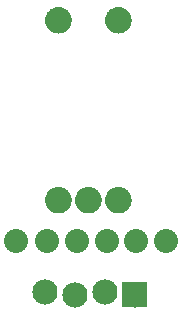
<source format=gbs>
G04 MADE WITH FRITZING*
G04 WWW.FRITZING.ORG*
G04 DOUBLE SIDED*
G04 HOLES PLATED*
G04 CONTOUR ON CENTER OF CONTOUR VECTOR*
%ASAXBY*%
%FSLAX23Y23*%
%MOIN*%
%OFA0B0*%
%SFA1.0B1.0*%
%ADD10C,0.080000*%
%ADD11C,0.084000*%
%ADD12R,0.001000X0.001000*%
%LNMASK0*%
G90*
G70*
G54D10*
X519Y242D03*
X619Y242D03*
X120Y243D03*
X221Y243D03*
X422Y243D03*
X321Y243D03*
G54D11*
X514Y64D03*
X414Y74D03*
X314Y64D03*
X214Y74D03*
G54D12*
X253Y1023D02*
X267Y1023D01*
X453Y1023D02*
X467Y1023D01*
X249Y1022D02*
X272Y1022D01*
X448Y1022D02*
X471Y1022D01*
X245Y1021D02*
X275Y1021D01*
X445Y1021D02*
X475Y1021D01*
X243Y1020D02*
X277Y1020D01*
X443Y1020D02*
X477Y1020D01*
X241Y1019D02*
X279Y1019D01*
X441Y1019D02*
X479Y1019D01*
X239Y1018D02*
X281Y1018D01*
X439Y1018D02*
X481Y1018D01*
X237Y1017D02*
X283Y1017D01*
X437Y1017D02*
X483Y1017D01*
X236Y1016D02*
X285Y1016D01*
X436Y1016D02*
X484Y1016D01*
X234Y1015D02*
X286Y1015D01*
X434Y1015D02*
X486Y1015D01*
X233Y1014D02*
X287Y1014D01*
X433Y1014D02*
X487Y1014D01*
X232Y1013D02*
X288Y1013D01*
X432Y1013D02*
X488Y1013D01*
X231Y1012D02*
X290Y1012D01*
X430Y1012D02*
X489Y1012D01*
X229Y1011D02*
X291Y1011D01*
X429Y1011D02*
X491Y1011D01*
X229Y1010D02*
X292Y1010D01*
X428Y1010D02*
X492Y1010D01*
X228Y1009D02*
X293Y1009D01*
X428Y1009D02*
X492Y1009D01*
X227Y1008D02*
X293Y1008D01*
X427Y1008D02*
X493Y1008D01*
X226Y1007D02*
X294Y1007D01*
X426Y1007D02*
X494Y1007D01*
X225Y1006D02*
X295Y1006D01*
X425Y1006D02*
X495Y1006D01*
X224Y1005D02*
X296Y1005D01*
X424Y1005D02*
X496Y1005D01*
X224Y1004D02*
X296Y1004D01*
X424Y1004D02*
X496Y1004D01*
X223Y1003D02*
X297Y1003D01*
X423Y1003D02*
X497Y1003D01*
X223Y1002D02*
X298Y1002D01*
X422Y1002D02*
X498Y1002D01*
X222Y1001D02*
X298Y1001D01*
X422Y1001D02*
X498Y1001D01*
X221Y1000D02*
X299Y1000D01*
X421Y1000D02*
X499Y1000D01*
X221Y999D02*
X299Y999D01*
X421Y999D02*
X499Y999D01*
X220Y998D02*
X300Y998D01*
X420Y998D02*
X500Y998D01*
X220Y997D02*
X300Y997D01*
X420Y997D02*
X500Y997D01*
X219Y996D02*
X301Y996D01*
X419Y996D02*
X501Y996D01*
X219Y995D02*
X301Y995D01*
X419Y995D02*
X501Y995D01*
X219Y994D02*
X301Y994D01*
X419Y994D02*
X501Y994D01*
X218Y993D02*
X302Y993D01*
X418Y993D02*
X502Y993D01*
X218Y992D02*
X302Y992D01*
X418Y992D02*
X502Y992D01*
X218Y991D02*
X302Y991D01*
X418Y991D02*
X502Y991D01*
X218Y990D02*
X303Y990D01*
X417Y990D02*
X503Y990D01*
X217Y989D02*
X303Y989D01*
X417Y989D02*
X503Y989D01*
X217Y988D02*
X303Y988D01*
X417Y988D02*
X503Y988D01*
X217Y987D02*
X303Y987D01*
X417Y987D02*
X503Y987D01*
X217Y986D02*
X303Y986D01*
X417Y986D02*
X503Y986D01*
X217Y985D02*
X304Y985D01*
X417Y985D02*
X503Y985D01*
X216Y984D02*
X304Y984D01*
X416Y984D02*
X504Y984D01*
X216Y983D02*
X304Y983D01*
X416Y983D02*
X504Y983D01*
X216Y982D02*
X304Y982D01*
X416Y982D02*
X504Y982D01*
X216Y981D02*
X304Y981D01*
X416Y981D02*
X504Y981D01*
X216Y980D02*
X304Y980D01*
X416Y980D02*
X504Y980D01*
X216Y979D02*
X304Y979D01*
X416Y979D02*
X504Y979D01*
X216Y978D02*
X304Y978D01*
X416Y978D02*
X504Y978D01*
X216Y977D02*
X304Y977D01*
X416Y977D02*
X504Y977D01*
X216Y976D02*
X304Y976D01*
X416Y976D02*
X504Y976D01*
X216Y975D02*
X304Y975D01*
X416Y975D02*
X504Y975D01*
X217Y974D02*
X304Y974D01*
X416Y974D02*
X504Y974D01*
X217Y973D02*
X303Y973D01*
X417Y973D02*
X503Y973D01*
X217Y972D02*
X303Y972D01*
X417Y972D02*
X503Y972D01*
X217Y971D02*
X303Y971D01*
X417Y971D02*
X503Y971D01*
X217Y970D02*
X303Y970D01*
X417Y970D02*
X503Y970D01*
X217Y969D02*
X303Y969D01*
X417Y969D02*
X503Y969D01*
X218Y968D02*
X302Y968D01*
X418Y968D02*
X502Y968D01*
X218Y967D02*
X302Y967D01*
X418Y967D02*
X502Y967D01*
X218Y966D02*
X302Y966D01*
X418Y966D02*
X502Y966D01*
X219Y965D02*
X302Y965D01*
X418Y965D02*
X501Y965D01*
X219Y964D02*
X301Y964D01*
X419Y964D02*
X501Y964D01*
X219Y963D02*
X301Y963D01*
X419Y963D02*
X501Y963D01*
X220Y962D02*
X300Y962D01*
X420Y962D02*
X500Y962D01*
X220Y961D02*
X300Y961D01*
X420Y961D02*
X500Y961D01*
X221Y960D02*
X300Y960D01*
X421Y960D02*
X499Y960D01*
X221Y959D02*
X299Y959D01*
X421Y959D02*
X499Y959D01*
X222Y958D02*
X299Y958D01*
X422Y958D02*
X498Y958D01*
X222Y957D02*
X298Y957D01*
X422Y957D02*
X498Y957D01*
X223Y956D02*
X297Y956D01*
X423Y956D02*
X497Y956D01*
X224Y955D02*
X297Y955D01*
X423Y955D02*
X497Y955D01*
X224Y954D02*
X296Y954D01*
X424Y954D02*
X496Y954D01*
X225Y953D02*
X295Y953D01*
X425Y953D02*
X495Y953D01*
X226Y952D02*
X295Y952D01*
X426Y952D02*
X494Y952D01*
X226Y951D02*
X294Y951D01*
X426Y951D02*
X494Y951D01*
X227Y950D02*
X293Y950D01*
X427Y950D02*
X493Y950D01*
X228Y949D02*
X292Y949D01*
X428Y949D02*
X492Y949D01*
X229Y948D02*
X291Y948D01*
X429Y948D02*
X491Y948D01*
X230Y947D02*
X290Y947D01*
X430Y947D02*
X490Y947D01*
X231Y946D02*
X289Y946D01*
X431Y946D02*
X489Y946D01*
X232Y945D02*
X288Y945D01*
X432Y945D02*
X488Y945D01*
X234Y944D02*
X286Y944D01*
X434Y944D02*
X486Y944D01*
X235Y943D02*
X285Y943D01*
X435Y943D02*
X485Y943D01*
X237Y942D02*
X284Y942D01*
X437Y942D02*
X483Y942D01*
X238Y941D02*
X282Y941D01*
X438Y941D02*
X482Y941D01*
X240Y940D02*
X280Y940D01*
X440Y940D02*
X480Y940D01*
X242Y939D02*
X278Y939D01*
X442Y939D02*
X478Y939D01*
X244Y938D02*
X276Y938D01*
X444Y938D02*
X476Y938D01*
X247Y937D02*
X273Y937D01*
X447Y937D02*
X473Y937D01*
X251Y936D02*
X269Y936D01*
X451Y936D02*
X469Y936D01*
X259Y935D02*
X261Y935D01*
X459Y935D02*
X461Y935D01*
X252Y423D02*
X269Y423D01*
X352Y423D02*
X369Y423D01*
X452Y423D02*
X468Y423D01*
X248Y422D02*
X273Y422D01*
X348Y422D02*
X373Y422D01*
X448Y422D02*
X472Y422D01*
X245Y421D02*
X276Y421D01*
X345Y421D02*
X375Y421D01*
X445Y421D02*
X475Y421D01*
X242Y420D02*
X278Y420D01*
X342Y420D02*
X378Y420D01*
X442Y420D02*
X478Y420D01*
X240Y419D02*
X280Y419D01*
X340Y419D02*
X380Y419D01*
X440Y419D02*
X480Y419D01*
X238Y418D02*
X282Y418D01*
X338Y418D02*
X382Y418D01*
X438Y418D02*
X482Y418D01*
X237Y417D02*
X283Y417D01*
X337Y417D02*
X383Y417D01*
X437Y417D02*
X483Y417D01*
X235Y416D02*
X285Y416D01*
X335Y416D02*
X385Y416D01*
X435Y416D02*
X485Y416D01*
X234Y415D02*
X286Y415D01*
X334Y415D02*
X386Y415D01*
X434Y415D02*
X486Y415D01*
X233Y414D02*
X288Y414D01*
X333Y414D02*
X388Y414D01*
X433Y414D02*
X487Y414D01*
X231Y413D02*
X289Y413D01*
X331Y413D02*
X389Y413D01*
X431Y413D02*
X489Y413D01*
X230Y412D02*
X290Y412D01*
X330Y412D02*
X390Y412D01*
X430Y412D02*
X490Y412D01*
X229Y411D02*
X291Y411D01*
X329Y411D02*
X391Y411D01*
X429Y411D02*
X491Y411D01*
X228Y410D02*
X292Y410D01*
X328Y410D02*
X392Y410D01*
X428Y410D02*
X492Y410D01*
X227Y409D02*
X293Y409D01*
X327Y409D02*
X393Y409D01*
X427Y409D02*
X493Y409D01*
X227Y408D02*
X294Y408D01*
X326Y408D02*
X394Y408D01*
X426Y408D02*
X494Y408D01*
X226Y407D02*
X294Y407D01*
X326Y407D02*
X394Y407D01*
X426Y407D02*
X494Y407D01*
X225Y406D02*
X295Y406D01*
X325Y406D02*
X395Y406D01*
X425Y406D02*
X495Y406D01*
X224Y405D02*
X296Y405D01*
X324Y405D02*
X396Y405D01*
X424Y405D02*
X496Y405D01*
X224Y404D02*
X297Y404D01*
X324Y404D02*
X397Y404D01*
X423Y404D02*
X496Y404D01*
X223Y403D02*
X297Y403D01*
X323Y403D02*
X397Y403D01*
X423Y403D02*
X497Y403D01*
X222Y402D02*
X298Y402D01*
X322Y402D02*
X398Y402D01*
X422Y402D02*
X498Y402D01*
X222Y401D02*
X298Y401D01*
X322Y401D02*
X398Y401D01*
X422Y401D02*
X498Y401D01*
X221Y400D02*
X299Y400D01*
X321Y400D02*
X399Y400D01*
X421Y400D02*
X499Y400D01*
X221Y399D02*
X299Y399D01*
X321Y399D02*
X399Y399D01*
X421Y399D02*
X499Y399D01*
X220Y398D02*
X300Y398D01*
X320Y398D02*
X400Y398D01*
X420Y398D02*
X500Y398D01*
X220Y397D02*
X300Y397D01*
X320Y397D02*
X400Y397D01*
X420Y397D02*
X500Y397D01*
X219Y396D02*
X301Y396D01*
X319Y396D02*
X401Y396D01*
X419Y396D02*
X501Y396D01*
X219Y395D02*
X301Y395D01*
X319Y395D02*
X401Y395D01*
X419Y395D02*
X501Y395D01*
X219Y394D02*
X302Y394D01*
X319Y394D02*
X401Y394D01*
X419Y394D02*
X501Y394D01*
X218Y393D02*
X302Y393D01*
X318Y393D02*
X402Y393D01*
X418Y393D02*
X502Y393D01*
X218Y392D02*
X302Y392D01*
X318Y392D02*
X402Y392D01*
X418Y392D02*
X502Y392D01*
X218Y391D02*
X302Y391D01*
X318Y391D02*
X402Y391D01*
X418Y391D02*
X502Y391D01*
X218Y390D02*
X303Y390D01*
X317Y390D02*
X403Y390D01*
X417Y390D02*
X503Y390D01*
X217Y389D02*
X303Y389D01*
X317Y389D02*
X403Y389D01*
X417Y389D02*
X503Y389D01*
X217Y388D02*
X303Y388D01*
X317Y388D02*
X403Y388D01*
X417Y388D02*
X503Y388D01*
X217Y387D02*
X303Y387D01*
X317Y387D02*
X403Y387D01*
X417Y387D02*
X503Y387D01*
X217Y386D02*
X303Y386D01*
X317Y386D02*
X403Y386D01*
X417Y386D02*
X503Y386D01*
X217Y385D02*
X304Y385D01*
X317Y385D02*
X404Y385D01*
X416Y385D02*
X503Y385D01*
X216Y384D02*
X304Y384D01*
X316Y384D02*
X404Y384D01*
X416Y384D02*
X504Y384D01*
X216Y383D02*
X304Y383D01*
X316Y383D02*
X404Y383D01*
X416Y383D02*
X504Y383D01*
X216Y382D02*
X304Y382D01*
X316Y382D02*
X404Y382D01*
X416Y382D02*
X504Y382D01*
X216Y381D02*
X304Y381D01*
X316Y381D02*
X404Y381D01*
X416Y381D02*
X504Y381D01*
X216Y380D02*
X304Y380D01*
X316Y380D02*
X404Y380D01*
X416Y380D02*
X504Y380D01*
X216Y379D02*
X304Y379D01*
X316Y379D02*
X404Y379D01*
X416Y379D02*
X504Y379D01*
X216Y378D02*
X304Y378D01*
X316Y378D02*
X404Y378D01*
X416Y378D02*
X504Y378D01*
X216Y377D02*
X304Y377D01*
X316Y377D02*
X404Y377D01*
X416Y377D02*
X504Y377D01*
X216Y376D02*
X304Y376D01*
X316Y376D02*
X404Y376D01*
X416Y376D02*
X504Y376D01*
X216Y375D02*
X304Y375D01*
X316Y375D02*
X404Y375D01*
X416Y375D02*
X504Y375D01*
X217Y374D02*
X304Y374D01*
X317Y374D02*
X404Y374D01*
X417Y374D02*
X503Y374D01*
X217Y373D02*
X303Y373D01*
X317Y373D02*
X403Y373D01*
X417Y373D02*
X503Y373D01*
X217Y372D02*
X303Y372D01*
X317Y372D02*
X403Y372D01*
X417Y372D02*
X503Y372D01*
X217Y371D02*
X303Y371D01*
X317Y371D02*
X403Y371D01*
X417Y371D02*
X503Y371D01*
X217Y370D02*
X303Y370D01*
X317Y370D02*
X403Y370D01*
X417Y370D02*
X503Y370D01*
X218Y369D02*
X303Y369D01*
X317Y369D02*
X403Y369D01*
X417Y369D02*
X503Y369D01*
X218Y368D02*
X302Y368D01*
X318Y368D02*
X402Y368D01*
X418Y368D02*
X502Y368D01*
X218Y367D02*
X302Y367D01*
X318Y367D02*
X402Y367D01*
X418Y367D02*
X502Y367D01*
X218Y366D02*
X302Y366D01*
X318Y366D02*
X402Y366D01*
X418Y366D02*
X502Y366D01*
X219Y365D02*
X301Y365D01*
X319Y365D02*
X401Y365D01*
X419Y365D02*
X501Y365D01*
X219Y364D02*
X301Y364D01*
X319Y364D02*
X401Y364D01*
X419Y364D02*
X501Y364D01*
X219Y363D02*
X301Y363D01*
X319Y363D02*
X401Y363D01*
X419Y363D02*
X501Y363D01*
X220Y362D02*
X300Y362D01*
X320Y362D02*
X400Y362D01*
X420Y362D02*
X500Y362D01*
X220Y361D02*
X300Y361D01*
X320Y361D02*
X400Y361D01*
X420Y361D02*
X500Y361D01*
X221Y360D02*
X299Y360D01*
X321Y360D02*
X399Y360D01*
X421Y360D02*
X499Y360D01*
X221Y359D02*
X299Y359D01*
X321Y359D02*
X399Y359D01*
X421Y359D02*
X499Y359D01*
X222Y358D02*
X298Y358D01*
X322Y358D02*
X398Y358D01*
X422Y358D02*
X498Y358D01*
X222Y357D02*
X298Y357D01*
X322Y357D02*
X398Y357D01*
X422Y357D02*
X498Y357D01*
X223Y356D02*
X297Y356D01*
X323Y356D02*
X397Y356D01*
X423Y356D02*
X497Y356D01*
X224Y355D02*
X297Y355D01*
X324Y355D02*
X396Y355D01*
X424Y355D02*
X496Y355D01*
X224Y354D02*
X296Y354D01*
X324Y354D02*
X396Y354D01*
X424Y354D02*
X496Y354D01*
X225Y353D02*
X295Y353D01*
X325Y353D02*
X395Y353D01*
X425Y353D02*
X495Y353D01*
X226Y352D02*
X294Y352D01*
X326Y352D02*
X394Y352D01*
X426Y352D02*
X494Y352D01*
X227Y351D02*
X294Y351D01*
X327Y351D02*
X394Y351D01*
X427Y351D02*
X493Y351D01*
X228Y350D02*
X293Y350D01*
X327Y350D02*
X393Y350D01*
X427Y350D02*
X493Y350D01*
X228Y349D02*
X292Y349D01*
X328Y349D02*
X392Y349D01*
X428Y349D02*
X492Y349D01*
X229Y348D02*
X291Y348D01*
X329Y348D02*
X391Y348D01*
X429Y348D02*
X491Y348D01*
X230Y347D02*
X290Y347D01*
X330Y347D02*
X390Y347D01*
X430Y347D02*
X490Y347D01*
X232Y346D02*
X289Y346D01*
X332Y346D02*
X389Y346D01*
X431Y346D02*
X489Y346D01*
X233Y345D02*
X287Y345D01*
X333Y345D02*
X387Y345D01*
X433Y345D02*
X487Y345D01*
X234Y344D02*
X286Y344D01*
X334Y344D02*
X386Y344D01*
X434Y344D02*
X486Y344D01*
X236Y343D02*
X285Y343D01*
X335Y343D02*
X385Y343D01*
X435Y343D02*
X485Y343D01*
X237Y342D02*
X283Y342D01*
X337Y342D02*
X383Y342D01*
X437Y342D02*
X483Y342D01*
X239Y341D02*
X281Y341D01*
X339Y341D02*
X381Y341D01*
X439Y341D02*
X481Y341D01*
X241Y340D02*
X280Y340D01*
X340Y340D02*
X380Y340D01*
X440Y340D02*
X480Y340D01*
X243Y339D02*
X278Y339D01*
X343Y339D02*
X378Y339D01*
X442Y339D02*
X478Y339D01*
X245Y338D02*
X275Y338D01*
X345Y338D02*
X375Y338D01*
X445Y338D02*
X475Y338D01*
X248Y337D02*
X272Y337D01*
X348Y337D02*
X372Y337D01*
X448Y337D02*
X472Y337D01*
X252Y336D02*
X268Y336D01*
X352Y336D02*
X368Y336D01*
X452Y336D02*
X468Y336D01*
X472Y106D02*
X555Y106D01*
X472Y105D02*
X555Y105D01*
X472Y104D02*
X555Y104D01*
X472Y103D02*
X555Y103D01*
X472Y102D02*
X555Y102D01*
X472Y101D02*
X555Y101D01*
X472Y100D02*
X555Y100D01*
X472Y99D02*
X555Y99D01*
X472Y98D02*
X555Y98D01*
X472Y97D02*
X555Y97D01*
X472Y96D02*
X555Y96D01*
X472Y95D02*
X555Y95D01*
X472Y94D02*
X555Y94D01*
X472Y93D02*
X555Y93D01*
X472Y92D02*
X555Y92D01*
X472Y91D02*
X555Y91D01*
X472Y90D02*
X555Y90D01*
X472Y89D02*
X555Y89D01*
X472Y88D02*
X555Y88D01*
X472Y87D02*
X555Y87D01*
X472Y86D02*
X555Y86D01*
X472Y85D02*
X555Y85D01*
X472Y84D02*
X555Y84D01*
X472Y83D02*
X555Y83D01*
X472Y82D02*
X555Y82D01*
X472Y81D02*
X555Y81D01*
X472Y80D02*
X555Y80D01*
X472Y79D02*
X508Y79D01*
X519Y79D02*
X555Y79D01*
X472Y78D02*
X506Y78D01*
X521Y78D02*
X555Y78D01*
X472Y77D02*
X504Y77D01*
X523Y77D02*
X555Y77D01*
X472Y76D02*
X503Y76D01*
X524Y76D02*
X555Y76D01*
X472Y75D02*
X502Y75D01*
X525Y75D02*
X555Y75D01*
X472Y74D02*
X501Y74D01*
X526Y74D02*
X555Y74D01*
X472Y73D02*
X500Y73D01*
X526Y73D02*
X555Y73D01*
X472Y72D02*
X500Y72D01*
X527Y72D02*
X555Y72D01*
X472Y71D02*
X499Y71D01*
X528Y71D02*
X555Y71D01*
X472Y70D02*
X499Y70D01*
X528Y70D02*
X555Y70D01*
X472Y69D02*
X498Y69D01*
X528Y69D02*
X555Y69D01*
X472Y68D02*
X498Y68D01*
X528Y68D02*
X555Y68D01*
X472Y67D02*
X498Y67D01*
X529Y67D02*
X555Y67D01*
X472Y66D02*
X498Y66D01*
X529Y66D02*
X555Y66D01*
X472Y65D02*
X498Y65D01*
X529Y65D02*
X555Y65D01*
X472Y64D02*
X498Y64D01*
X529Y64D02*
X555Y64D01*
X472Y63D02*
X498Y63D01*
X529Y63D02*
X555Y63D01*
X472Y62D02*
X498Y62D01*
X529Y62D02*
X555Y62D01*
X472Y61D02*
X498Y61D01*
X528Y61D02*
X555Y61D01*
X472Y60D02*
X499Y60D01*
X528Y60D02*
X555Y60D01*
X472Y59D02*
X499Y59D01*
X528Y59D02*
X555Y59D01*
X472Y58D02*
X499Y58D01*
X527Y58D02*
X555Y58D01*
X472Y57D02*
X500Y57D01*
X527Y57D02*
X555Y57D01*
X472Y56D02*
X501Y56D01*
X526Y56D02*
X555Y56D01*
X472Y55D02*
X502Y55D01*
X525Y55D02*
X555Y55D01*
X472Y54D02*
X502Y54D01*
X524Y54D02*
X555Y54D01*
X472Y53D02*
X504Y53D01*
X523Y53D02*
X555Y53D01*
X472Y52D02*
X505Y52D01*
X522Y52D02*
X555Y52D01*
X472Y51D02*
X507Y51D01*
X520Y51D02*
X555Y51D01*
X472Y50D02*
X511Y50D01*
X516Y50D02*
X555Y50D01*
X472Y49D02*
X555Y49D01*
X472Y48D02*
X555Y48D01*
X472Y47D02*
X555Y47D01*
X472Y46D02*
X555Y46D01*
X472Y45D02*
X555Y45D01*
X472Y44D02*
X555Y44D01*
X472Y43D02*
X555Y43D01*
X472Y42D02*
X555Y42D01*
X472Y41D02*
X555Y41D01*
X472Y40D02*
X555Y40D01*
X472Y39D02*
X555Y39D01*
X472Y38D02*
X555Y38D01*
X472Y37D02*
X555Y37D01*
X472Y36D02*
X555Y36D01*
X472Y35D02*
X555Y35D01*
X472Y34D02*
X555Y34D01*
X472Y33D02*
X555Y33D01*
X472Y32D02*
X555Y32D01*
X472Y31D02*
X555Y31D01*
X472Y30D02*
X555Y30D01*
X472Y29D02*
X555Y29D01*
X472Y28D02*
X555Y28D01*
X472Y27D02*
X555Y27D01*
X472Y26D02*
X555Y26D01*
X472Y25D02*
X555Y25D01*
X472Y24D02*
X555Y24D01*
X472Y23D02*
X555Y23D01*
D02*
G04 End of Mask0*
M02*
</source>
